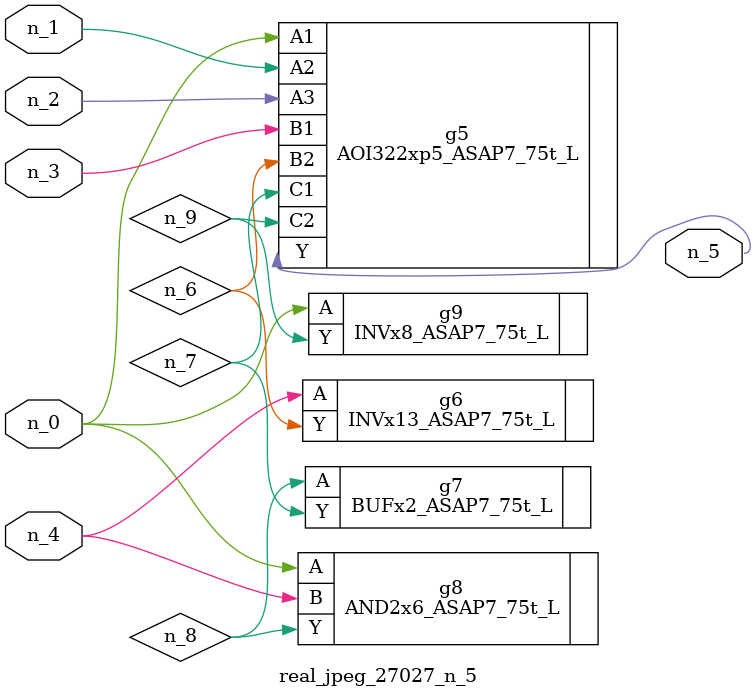
<source format=v>
module real_jpeg_27027_n_5 (n_4, n_0, n_1, n_2, n_3, n_5);

input n_4;
input n_0;
input n_1;
input n_2;
input n_3;

output n_5;

wire n_8;
wire n_6;
wire n_7;
wire n_9;

AOI322xp5_ASAP7_75t_L g5 ( 
.A1(n_0),
.A2(n_1),
.A3(n_2),
.B1(n_3),
.B2(n_6),
.C1(n_7),
.C2(n_9),
.Y(n_5)
);

AND2x6_ASAP7_75t_L g8 ( 
.A(n_0),
.B(n_4),
.Y(n_8)
);

INVx8_ASAP7_75t_L g9 ( 
.A(n_0),
.Y(n_9)
);

INVx13_ASAP7_75t_L g6 ( 
.A(n_4),
.Y(n_6)
);

BUFx2_ASAP7_75t_L g7 ( 
.A(n_8),
.Y(n_7)
);


endmodule
</source>
